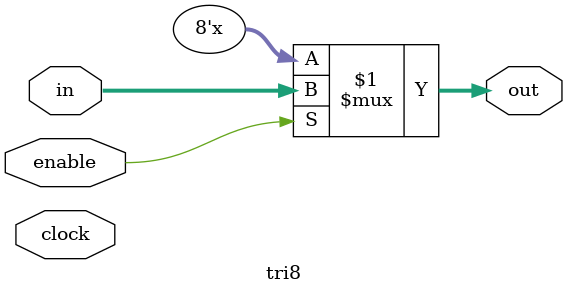
<source format=v>
module tri8(
	input wire [7:0] in,
	input wire enable,
	input wire clock,
	output wire [7:0] out
);

	assign out = enable ? in : 8'bz;

endmodule
</source>
